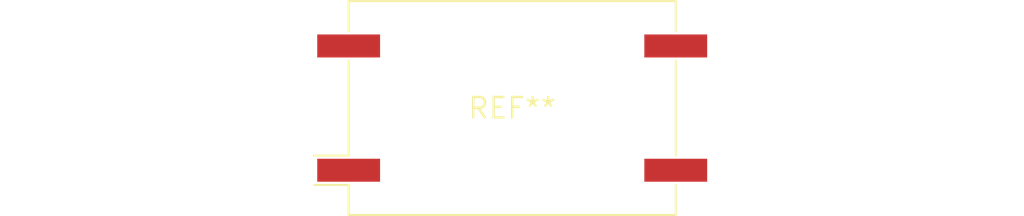
<source format=kicad_pcb>
(kicad_pcb (version 20240108) (generator pcbnew)
  (layers (0 "F.Cu" signal) (31 "B.Cu" signal) (34 "B.Paste" user) (35 "F.Paste" user) (36 "B.SilkS" user "B.Silkscreen") (37 "F.SilkS" user "F.Silkscreen") (38 "B.Mask" user) (39 "F.Mask" user) (44 "Edge.Cuts" user))
  (net 0 "")
  (footprint "Oscillator_SMD_Fordahl_DFAS7-4Pin_19.9x12.9mm_HandSoldering" (layer "F.Cu") (at 0 0)
    (property "Reference" "REF**")
    (property "Value" "Oscillator_SMD_Fordahl_DFAS7-4Pin_19.9x12.9mm_HandSoldering")
    (fp_line (start -12.3 2.95) (end -10.15 2.95) (layer "F.SilkS") (stroke (width 0.12)))
    (fp_line (start -12.3 4.78) (end -10.15 4.78) (layer "F.SilkS") (stroke (width 0.12)))
    (fp_line (start -10.15 -6.65) (end 10.15 -6.65) (layer "F.SilkS") (stroke (width 0.12)))
    (fp_line (start -10.15 -4.78) (end -10.15 -6.65) (layer "F.SilkS") (stroke (width 0.12)))
    (fp_line (start -10.15 2.95) (end -10.15 -2.95) (layer "F.SilkS") (stroke (width 0.12)))
    (fp_line (start -10.15 4.78) (end -10.15 6.65) (layer "F.SilkS") (stroke (width 0.12)))
    (fp_line (start -10.15 6.65) (end 10.15 6.65) (layer "F.SilkS") (stroke (width 0.12)))
    (fp_line (start 10.15 -6.65) (end 10.15 -4.78) (layer "F.SilkS") (stroke (width 0.12)))
    (fp_line (start 10.15 -2.95) (end 10.15 2.95) (layer "F.SilkS") (stroke (width 0.12)))
    (fp_line (start 10.15 6.65) (end 10.15 4.78) (layer "F.SilkS") (stroke (width 0.12)))
    (pad "1" smd rect (at -10.15 3.865) (size 3.9 1.43) (layers "F.Cu" "F.Paste" "F.Mask"))
    (pad "2" smd rect (at 10.15 3.865) (size 3.9 1.43) (layers "F.Cu" "F.Paste" "F.Mask"))
    (pad "3" smd rect (at 10.15 -3.865) (size 3.9 1.43) (layers "F.Cu" "F.Paste" "F.Mask"))
    (pad "4" smd rect (at -10.15 -3.865) (size 3.9 1.43) (layers "F.Cu" "F.Paste" "F.Mask"))
  )
)
</source>
